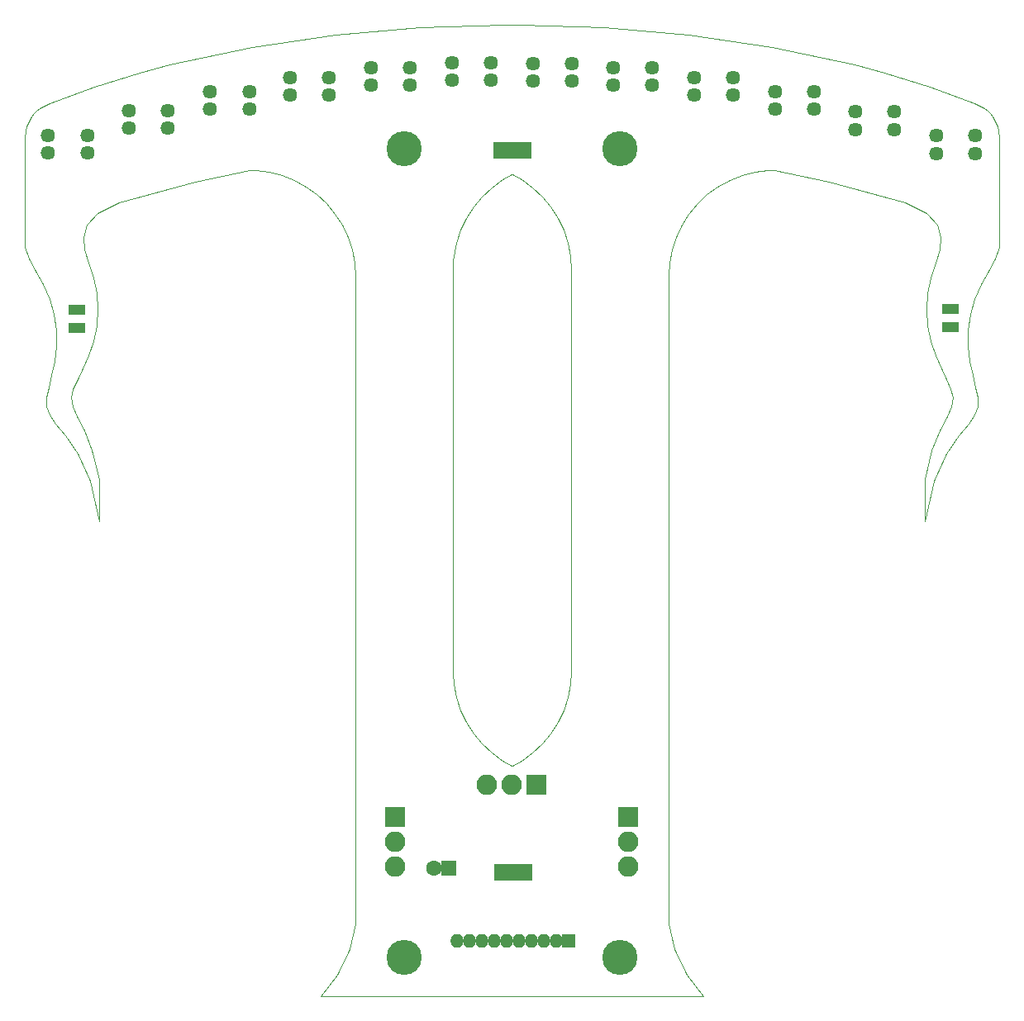
<source format=gbs>
G04 #@! TF.FileFunction,Soldermask,Bot*
%FSLAX46Y46*%
G04 Gerber Fmt 4.6, Leading zero omitted, Abs format (unit mm)*
G04 Created by KiCad (PCBNEW 4.0.7) date 02/25/18 15:11:15*
%MOMM*%
%LPD*%
G01*
G04 APERTURE LIST*
%ADD10C,0.100000*%
%ADD11C,3.600000*%
%ADD12R,1.600000X1.600000*%
%ADD13C,1.600000*%
%ADD14R,1.400000X1.400000*%
%ADD15O,1.400000X1.400000*%
%ADD16R,1.370000X1.670000*%
%ADD17C,1.455599*%
%ADD18R,2.100000X2.100000*%
%ADD19O,2.100000X2.100000*%
%ADD20R,1.700000X1.100000*%
G04 APERTURE END LIST*
D10*
X43860720Y75483720D02*
X44246800Y77292200D01*
X43865800Y34152840D02*
X43916600Y33258760D01*
X50955573Y83762972D02*
X49991563Y84292530D01*
X97124595Y63725083D02*
X97441436Y62490152D01*
X96820768Y65136804D02*
X97124595Y63725083D01*
X96632601Y66687713D02*
X96820768Y65136804D01*
X96638125Y68319403D02*
X96632601Y66687713D01*
X96880350Y69963922D02*
X96638125Y68319403D01*
X98025607Y73043514D02*
X97359175Y71555608D01*
X97359175Y71555608D02*
X96880350Y69963922D01*
X98778291Y74404414D02*
X98025607Y73043514D01*
X99850757Y76814051D02*
X99462352Y75656394D01*
X99462352Y75656394D02*
X98778291Y74404414D01*
X99850757Y76814051D02*
X99850757Y88055035D01*
X50735Y88055035D02*
X130724Y88822828D01*
X1263025Y90804890D02*
X1561489Y91050445D01*
X76547895Y97375154D02*
X85006687Y95599644D01*
X40511677Y99413209D02*
X31902509Y98647824D01*
X367255Y89557646D02*
X541302Y89902733D01*
X1883792Y91263751D02*
X2226461Y91442512D01*
X2544677Y91581566D02*
X2226461Y91442512D01*
X991611Y90529731D02*
X1263025Y90804890D01*
X7132339Y93308757D02*
X2544677Y91581566D01*
X130724Y88822828D02*
X229903Y89196381D01*
X23353596Y97375154D02*
X14894804Y95599644D01*
X229903Y89196381D02*
X367255Y89557646D01*
X50735Y76814051D02*
X50735Y88055035D01*
X98909880Y90529731D02*
X98638467Y90804890D01*
X541302Y89902733D02*
X750171Y90227929D01*
X50828764Y99666319D02*
X59389815Y99413209D01*
X49072727Y99666319D02*
X40511677Y99413209D01*
X98638467Y90804890D02*
X98340002Y91050445D01*
X1561489Y91050445D02*
X1883792Y91263751D01*
X50735Y76814051D02*
X439139Y75656394D01*
X11770129Y94748269D02*
X7132339Y93308757D01*
X99151321Y90227929D02*
X98909880Y90529731D01*
X14894804Y95599644D02*
X11770129Y94748269D01*
X750171Y90227929D02*
X991611Y90529731D01*
X98017700Y91263751D02*
X97675030Y91442512D01*
X98340002Y91050445D02*
X98017700Y91263751D01*
X59389815Y99413209D02*
X67998983Y98647824D01*
X97356815Y91581566D02*
X97675030Y91442512D01*
X92769153Y93308757D02*
X97356815Y91581566D01*
X88131362Y94748269D02*
X92769153Y93308757D01*
X85006687Y95599644D02*
X88131362Y94748269D01*
X38248565Y5464032D02*
X38429547Y5535688D01*
X37358521Y4061546D02*
X37370743Y4255813D01*
X60004956Y2867247D02*
X60162432Y2752834D01*
X37370743Y4255813D02*
X37407217Y4447017D01*
X60333007Y2659060D02*
X60513989Y2587404D01*
X38811200Y5608492D02*
X39005851Y5608492D01*
X37407217Y3676076D02*
X37370743Y3867279D01*
X39896535Y2867247D02*
X39739059Y2752834D01*
X37550246Y3314826D02*
X37467367Y3490952D01*
X37467367Y4632141D02*
X37550246Y4808267D01*
X39568485Y5464032D02*
X39739059Y5370259D01*
X62351246Y3314826D02*
X62434124Y3490952D01*
X62351246Y4808267D02*
X62246946Y4972616D01*
X40446308Y3867279D02*
X40409834Y3676076D01*
X59551809Y4632141D02*
X59491658Y4447017D01*
X59634687Y4808267D02*
X59551809Y4632141D01*
X61283408Y5584096D02*
X61090292Y5608492D01*
X61090292Y5608492D02*
X60895641Y5608492D01*
X61823500Y5370259D02*
X61652926Y5464032D01*
X59455184Y4255813D02*
X59442962Y4061546D01*
X39198967Y2538997D02*
X39005851Y2514600D01*
X62122871Y5122598D02*
X61980977Y5255845D01*
X37920515Y2867247D02*
X37778620Y3000495D01*
X59863062Y5122598D02*
X59738986Y4972616D01*
X61980977Y5255845D02*
X61823500Y5370259D01*
X39387503Y5535688D02*
X39568485Y5464032D01*
X61980977Y2867247D02*
X62122871Y3000495D01*
X59738986Y3150476D02*
X59863062Y3000495D01*
X37654545Y4972616D02*
X37778620Y5122598D01*
X60895641Y2514600D02*
X61090292Y2514600D01*
X61471944Y2587404D02*
X61652926Y2659060D01*
X60702524Y2538997D02*
X60895641Y2514600D01*
X59634687Y3314826D02*
X59738986Y3150476D01*
X62530749Y3867279D02*
X62542971Y4061546D01*
X60162432Y2752834D02*
X60333007Y2659060D01*
X39739059Y2752834D02*
X39568485Y2659060D01*
X60004956Y5255845D02*
X59863062Y5122598D01*
X62122871Y3000495D02*
X62246946Y3150476D01*
X62494275Y3676076D02*
X62530749Y3867279D01*
X40266805Y4808267D02*
X40349683Y4632141D01*
X60895641Y5608492D02*
X60702524Y5584096D01*
X61471944Y5535688D02*
X61283408Y5584096D01*
X59491658Y3676076D02*
X59551809Y3490952D01*
X40349683Y3490952D02*
X40266805Y3314826D01*
X61823500Y2752834D02*
X61980977Y2867247D01*
X39896535Y5255845D02*
X40038430Y5122598D01*
X59442962Y4061546D02*
X59455184Y3867279D01*
X59455184Y3867279D02*
X59491658Y3676076D01*
X61652926Y5464032D02*
X61471944Y5535688D01*
X40162505Y4972616D02*
X40266805Y4808267D01*
X60702524Y5584096D02*
X60513989Y5535688D01*
X62530749Y4255813D02*
X62494275Y4447017D01*
X60162432Y5370259D02*
X60004956Y5255845D01*
X40266805Y3314826D02*
X40162505Y3150476D01*
X39198967Y5584096D02*
X39387503Y5535688D01*
X39739059Y5370259D02*
X39896535Y5255845D01*
X38618083Y5584096D02*
X38811200Y5608492D01*
X40038430Y3000495D02*
X39896535Y2867247D01*
X60333007Y5464032D02*
X60162432Y5370259D01*
X59863062Y3000495D02*
X60004956Y2867247D01*
X59551809Y3490952D02*
X59634687Y3314826D01*
X39005851Y5608492D02*
X39198967Y5584096D01*
X37654545Y3150476D02*
X37550246Y3314826D01*
X33906674Y10492500D02*
X33906674Y73869753D01*
X65994817Y10492500D02*
X65994817Y73869753D01*
X67338129Y79099936D02*
X68068882Y80250977D01*
X32563362Y79099936D02*
X31832610Y80250977D01*
X33565484Y76569721D02*
X33144041Y77866362D01*
X68068882Y80250977D02*
X68938176Y81301319D01*
X69932294Y82234390D02*
X71035550Y83035465D01*
X28865942Y83035465D02*
X27670960Y83691903D01*
X31832610Y80250977D02*
X30963316Y81301319D01*
X33821039Y75230473D02*
X33565484Y76569721D01*
X65994817Y7492491D02*
X65994817Y10492500D01*
X30963316Y81301319D02*
X29969197Y82234390D01*
X33906674Y73869753D02*
X33821039Y75230473D01*
X6415126Y79119764D02*
X6019957Y77848888D01*
X23729656Y84702158D02*
X23058620Y84702158D01*
X66757450Y77866362D02*
X67338129Y79099936D01*
X7033109Y73720627D02*
X7377452Y72127070D01*
X29969197Y82234390D02*
X28865942Y83035465D01*
X33906674Y7492491D02*
X33906674Y10492500D01*
X6578115Y75207759D02*
X7033109Y73720627D01*
X25082392Y84531876D02*
X23729656Y84702158D01*
X27670960Y83691903D02*
X26403108Y84193344D01*
X66080453Y75230473D02*
X66336008Y76569721D01*
X68938176Y81301319D02*
X69932294Y82234390D01*
X71035550Y83035465D02*
X72230532Y83691903D01*
X6167738Y76574136D02*
X6578115Y75207759D01*
X6019957Y77848888D02*
X6167738Y76574136D01*
X7490342Y80322153D02*
X6415126Y79119764D01*
X26403108Y84193344D02*
X25082392Y84531876D01*
X7490342Y80322153D02*
X9713785Y81417451D01*
X65994817Y73869753D02*
X66080453Y75230473D01*
X33144041Y77866362D02*
X32563362Y79099936D01*
X66336008Y76569721D02*
X66757450Y77866362D01*
X93801709Y58063694D02*
X92958939Y56025139D01*
X95096702Y61405344D02*
X94976050Y60517705D01*
X94976050Y60517705D02*
X94525931Y59473092D01*
X92280854Y53034982D02*
X92207992Y48712244D01*
X95701054Y57531999D02*
X94454946Y55711784D01*
X92411149Y80322153D02*
X90187706Y81417451D01*
X92524040Y72127070D02*
X92384710Y70470771D01*
X94454946Y55711784D02*
X93173181Y52926480D01*
X92819806Y67214145D02*
X93324619Y65735670D01*
X92958939Y56025139D02*
X92280854Y53034982D01*
X92487792Y68811708D02*
X92819806Y67214145D01*
X93324619Y65735670D02*
X93913810Y64417291D01*
X72230532Y83691903D02*
X73498384Y84193344D01*
X97357478Y59690124D02*
X96701072Y58761171D01*
X73498384Y84193344D02*
X74819099Y84531876D01*
X74819099Y84531876D02*
X76171836Y84702158D01*
X76171836Y84702158D02*
X76842872Y84702158D01*
X97659078Y60533628D02*
X97357478Y59690124D01*
X92384710Y70470771D02*
X92487792Y68811708D01*
X94525931Y59473092D02*
X93801709Y58063694D01*
X92411149Y80322153D02*
X93486366Y79119764D01*
X93486366Y79119764D02*
X93881535Y77848888D01*
X93733754Y76574136D02*
X93323376Y75207759D01*
X93173181Y52926480D02*
X92207992Y48712244D01*
X93881535Y77848888D02*
X93733754Y76574136D01*
X93913810Y64417291D02*
X94479174Y63274572D01*
X94907370Y62289824D02*
X95096702Y61405344D01*
X96701072Y58761171D02*
X95701054Y57531999D01*
X92868382Y73720627D02*
X92524040Y72127070D01*
X94479174Y63274572D02*
X94907370Y62289824D01*
X93323376Y75207759D02*
X92868382Y73720627D01*
X46850063Y82027040D02*
X47844182Y82960110D01*
X99770768Y88822828D02*
X99671589Y89196381D01*
X50954617Y24222125D02*
X49990607Y23692567D01*
X53921285Y27006613D02*
X53051991Y25956271D01*
X45980769Y80976697D02*
X46850063Y82027040D01*
X46849501Y25956271D02*
X47843619Y25023200D01*
X44668775Y29391228D02*
X45249454Y28157654D01*
X99850757Y88055035D02*
X99770768Y88822828D01*
X45249454Y28157654D02*
X45980207Y27006613D01*
X43991778Y32027117D02*
X44247333Y30687869D01*
X99671589Y89196381D02*
X99534236Y89557646D01*
X44247333Y30687869D02*
X44668775Y29391228D01*
X43868327Y34151223D02*
X43860984Y75484473D01*
X99360189Y89902733D02*
X99151321Y90227929D01*
X54652037Y28157654D02*
X53921285Y27006613D01*
X55232716Y29391228D02*
X54652037Y28157654D01*
X99534236Y89557646D02*
X99360189Y89902733D01*
X45980207Y27006613D02*
X46849501Y25956271D01*
X48946875Y24222125D02*
X49910884Y23692567D01*
X43914047Y33262223D02*
X43991778Y32027117D01*
X55987444Y33262223D02*
X55909714Y32027117D01*
X55909714Y32027117D02*
X55654159Y30687869D01*
X55654159Y30687869D02*
X55232716Y29391228D01*
X53051991Y25956271D02*
X52057872Y25023200D01*
X44669338Y78592083D02*
X45250017Y79825656D01*
X44247895Y77295441D02*
X44669338Y78592083D01*
X45250017Y79825656D02*
X45980769Y80976697D01*
X40266805Y86181416D02*
X40162505Y86017067D01*
X60333007Y88330623D02*
X60162432Y88236849D01*
X61471944Y85453995D02*
X61652926Y85525651D01*
X38811200Y88475083D02*
X39005851Y88475083D01*
X37370743Y87122404D02*
X37407217Y87313607D01*
X59442962Y86928137D02*
X59455184Y86733870D01*
X59455184Y86733870D02*
X59491658Y86542666D01*
X38811200Y85381191D02*
X38618083Y85405587D01*
X38077991Y85619425D02*
X37920515Y85733838D01*
X37920515Y88122436D02*
X38077991Y88236849D01*
X60513989Y85453995D02*
X60702524Y85405587D01*
X39005851Y88475083D02*
X39198967Y88450687D01*
X37407217Y87313607D02*
X37467367Y87498732D01*
X38429547Y85453995D02*
X38248565Y85525651D01*
X40038430Y85867086D02*
X39896535Y85733838D01*
X38618083Y88450687D02*
X38811200Y88475083D01*
X40349683Y87498732D02*
X40409834Y87313607D01*
X40458530Y86928137D02*
X40446308Y86733870D01*
X39568485Y85525651D02*
X39387503Y85453995D01*
X40162505Y86017067D02*
X40038430Y85867086D01*
X37550246Y87674857D02*
X37654545Y87839207D01*
X40446308Y87122404D02*
X40458530Y86928137D01*
X40266805Y87674857D02*
X40349683Y87498732D01*
X49950746Y23714464D02*
X49990607Y23692567D01*
X38077991Y88236849D02*
X38248565Y88330623D01*
X38618083Y85405587D02*
X38429547Y85453995D01*
X37358521Y86928137D02*
X37370743Y87122404D01*
X37467367Y86357542D02*
X37407217Y86542666D01*
X39739059Y88236849D02*
X39896535Y88122436D01*
X49950746Y23714464D02*
X49910884Y23692567D01*
X39387503Y88402279D02*
X39568485Y88330623D01*
X61283408Y88450687D02*
X61090292Y88475083D01*
X39568485Y88330623D02*
X39739059Y88236849D01*
X39896535Y85733838D02*
X39739059Y85619425D01*
X38248565Y88330623D02*
X38429547Y88402279D01*
X39005851Y85381191D02*
X38811200Y85381191D01*
X61283408Y85405587D02*
X61471944Y85453995D01*
X40446308Y86733870D02*
X40409834Y86542666D01*
X59738986Y87839207D02*
X59634687Y87674857D01*
X37407217Y86542666D02*
X37370743Y86733870D01*
X60333007Y85525651D02*
X60513989Y85453995D01*
X59738986Y86017067D02*
X59863062Y85867086D01*
X60162432Y85619425D02*
X60333007Y85525651D01*
X37654545Y87839207D02*
X37778620Y87989188D01*
X37778620Y85867086D02*
X37654545Y86017067D01*
X37654545Y86017067D02*
X37550246Y86181416D01*
X39198967Y85405587D02*
X39005851Y85381191D01*
X37467367Y87498732D02*
X37550246Y87674857D01*
X37370743Y86733870D02*
X37358521Y86928137D01*
X37778620Y87989188D02*
X37920515Y88122436D01*
X38429547Y88402279D02*
X38618083Y88450687D01*
X40409834Y87313607D02*
X40446308Y87122404D01*
X40038430Y87989188D02*
X40162505Y87839207D01*
X37920515Y85733838D02*
X37778620Y85867086D01*
X40162505Y87839207D02*
X40266805Y87674857D01*
X39739059Y85619425D02*
X39568485Y85525651D01*
X40409834Y86542666D02*
X40349683Y86357542D01*
X37550246Y86181416D02*
X37467367Y86357542D01*
X39896535Y88122436D02*
X40038430Y87989188D01*
X39198967Y88450687D02*
X39387503Y88402279D01*
X40349683Y86357542D02*
X40266805Y86181416D01*
X39387503Y85453995D02*
X39198967Y85405587D01*
X38248565Y85525651D02*
X38077991Y85619425D01*
X55653596Y77295441D02*
X55232154Y78592083D01*
X30359787Y61534D02*
X32007880Y2298834D01*
X69541705Y61534D02*
X67893611Y2298834D01*
X55909152Y75956194D02*
X55653596Y77295441D01*
X33286803Y4869339D02*
X33906674Y7492491D01*
X55232154Y78592083D02*
X54651475Y79825656D01*
X53051428Y82027040D02*
X52057310Y82960110D01*
X54651475Y79825656D02*
X53920723Y80976697D01*
X55987444Y33262223D02*
X55994787Y74595473D01*
X69541705Y61534D02*
X30359787Y61534D01*
X53920723Y80976697D02*
X53051428Y82027040D01*
X66614689Y4869339D02*
X65994817Y7492491D01*
X55994787Y74595473D02*
X55909152Y75956194D01*
X61090292Y2514600D02*
X61283408Y2538997D01*
X82458238Y83523486D02*
X90187706Y81417451D01*
X67998983Y98647824D02*
X76547895Y97375154D01*
X9713785Y81417451D02*
X17443253Y83523486D01*
X61283408Y2538997D02*
X61471944Y2587404D01*
X62494275Y4447017D02*
X62434124Y4632141D01*
X62434124Y4632141D02*
X62351246Y4808267D01*
X48947437Y83761185D02*
X47844182Y82960110D01*
X62434124Y3490952D02*
X62494275Y3676076D01*
X23058620Y84702158D02*
X17443253Y83523486D01*
X62542971Y4061546D02*
X62530749Y4255813D01*
X61652926Y2659060D02*
X61823500Y2752834D01*
X59491658Y4447017D02*
X59455184Y4255813D01*
X66614689Y4869339D02*
X67893611Y2298834D01*
X59738986Y4972616D02*
X59634687Y4808267D01*
X52057310Y82960110D02*
X50954055Y83761185D01*
X50954617Y24222125D02*
X52057872Y25023200D01*
X49072727Y99666319D02*
X50828764Y99666319D01*
X47843619Y25023200D02*
X48946875Y24222125D01*
X60513989Y5535688D02*
X60333007Y5464032D01*
X32007880Y2298834D02*
X33286803Y4869339D01*
X23353596Y97375154D02*
X31902509Y98647824D01*
X62246946Y3150476D02*
X62351246Y3314826D01*
X82458238Y83523486D02*
X76842872Y84702158D01*
X60513989Y2587404D02*
X60702524Y2538997D01*
X62246946Y4972616D02*
X62122871Y5122598D01*
X97441436Y62490152D02*
X97656740Y61438142D01*
X97656740Y61438142D02*
X97659078Y60533628D01*
X6576873Y65735670D02*
X5987682Y64417291D01*
X4804789Y61405344D02*
X4925441Y60517705D01*
X2544014Y59690124D02*
X3200420Y58761171D01*
X2244752Y61438142D02*
X2242414Y60533628D01*
X6099782Y58063694D02*
X6942552Y56025139D01*
X4200438Y57531999D02*
X5446546Y55711784D01*
X2460056Y62490152D02*
X2244752Y61438142D01*
X5987682Y64417291D02*
X5422317Y63274572D01*
X2776896Y63725083D02*
X2460056Y62490152D01*
X2542317Y71555608D02*
X3021142Y69963922D01*
X3268890Y66687713D02*
X3080724Y65136804D01*
X3080724Y65136804D02*
X2776896Y63725083D01*
X4925441Y60517705D02*
X5375560Y59473092D01*
X6942552Y56025139D02*
X7620637Y53034982D01*
X4994122Y62289824D02*
X4804789Y61405344D01*
X7081686Y67214145D02*
X6576873Y65735670D01*
X7516781Y70470771D02*
X7413699Y68811708D01*
X7377452Y72127070D02*
X7516781Y70470771D01*
X1875885Y73043514D02*
X2542317Y71555608D01*
X3200420Y58761171D02*
X4200438Y57531999D01*
X5446546Y55711784D02*
X6728311Y52926480D01*
X7413699Y68811708D02*
X7081686Y67214145D01*
X439139Y75656394D02*
X1123200Y74404414D01*
X1123200Y74404414D02*
X1875885Y73043514D01*
X3021142Y69963922D02*
X3263367Y68319403D01*
X3263367Y68319403D02*
X3268890Y66687713D01*
X2242414Y60533628D02*
X2544014Y59690124D01*
X6728311Y52926480D02*
X7693500Y48712244D01*
X7620637Y53034982D02*
X7693500Y48712244D01*
X5375560Y59473092D02*
X6099782Y58063694D01*
X5422317Y63274572D02*
X4994122Y62289824D01*
X62494275Y87313607D02*
X62434124Y87498732D01*
X61980977Y88122436D02*
X61823500Y88236849D01*
X62434124Y87498732D02*
X62351246Y87674857D01*
X61652926Y88330623D02*
X61471944Y88402279D01*
X37467367Y3490952D02*
X37407217Y3676076D01*
X40038430Y5122598D02*
X40162505Y4972616D01*
X60004956Y88122436D02*
X59863062Y87989188D01*
X39005851Y2514600D02*
X38811200Y2514600D01*
X39568485Y2659060D02*
X39387503Y2587404D01*
X62542971Y86928137D02*
X62530749Y87122404D01*
X59863062Y87989188D02*
X59738986Y87839207D01*
X40162505Y3150476D02*
X40038430Y3000495D01*
X39387503Y2587404D02*
X39198967Y2538997D01*
X59455184Y87122404D02*
X59442962Y86928137D01*
X38248565Y2659060D02*
X38077991Y2752834D01*
X62122871Y85867086D02*
X62246946Y86017067D01*
X38429547Y2587404D02*
X38248565Y2659060D01*
X62122871Y87989188D02*
X61980977Y88122436D01*
X60004956Y85733838D02*
X60162432Y85619425D01*
X60702524Y88450687D02*
X60513989Y88402279D01*
X62246946Y87839207D02*
X62122871Y87989188D01*
X62530749Y86733870D02*
X62542971Y86928137D01*
X62351246Y87674857D02*
X62246946Y87839207D01*
X60702524Y85405587D02*
X60895641Y85381191D01*
X38077991Y2752834D02*
X37920515Y2867247D01*
X61652926Y85525651D02*
X61823500Y85619425D01*
X61090292Y88475083D02*
X60895641Y88475083D01*
X60895641Y85381191D02*
X61090292Y85381191D01*
X61823500Y88236849D02*
X61652926Y88330623D01*
X60162432Y88236849D02*
X60004956Y88122436D01*
X59551809Y87498732D02*
X59491658Y87313607D01*
X59491658Y86542666D02*
X59551809Y86357542D01*
X62434124Y86357542D02*
X62494275Y86542666D01*
X59863062Y85867086D02*
X60004956Y85733838D01*
X62494275Y86542666D02*
X62530749Y86733870D01*
X62351246Y86181416D02*
X62434124Y86357542D01*
X38077991Y5370259D02*
X38248565Y5464032D01*
X37778620Y3000495D02*
X37654545Y3150476D01*
X59634687Y86181416D02*
X59738986Y86017067D01*
X61471944Y88402279D02*
X61283408Y88450687D01*
X62530749Y87122404D02*
X62494275Y87313607D01*
X37778620Y5122598D02*
X37920515Y5255845D01*
X40458530Y4061546D02*
X40446308Y3867279D01*
X38429547Y5535688D02*
X38618083Y5584096D01*
X59491658Y87313607D02*
X59455184Y87122404D01*
X40409834Y3676076D02*
X40349683Y3490952D01*
X40409834Y4447017D02*
X40446308Y4255813D01*
X61090292Y85381191D02*
X61283408Y85405587D01*
X37407217Y4447017D02*
X37467367Y4632141D01*
X37370743Y3867279D02*
X37358521Y4061546D01*
X60895641Y88475083D02*
X60702524Y88450687D01*
X61980977Y85733838D02*
X62122871Y85867086D01*
X59551809Y86357542D02*
X59634687Y86181416D01*
X61823500Y85619425D02*
X61980977Y85733838D01*
X59634687Y87674857D02*
X59551809Y87498732D01*
X37550246Y4808267D02*
X37654545Y4972616D01*
X40349683Y4632141D02*
X40409834Y4447017D01*
X62246946Y86017067D02*
X62351246Y86181416D01*
X37920515Y5255845D02*
X38077991Y5370259D01*
X60513989Y88402279D02*
X60333007Y88330623D01*
X38618083Y2538997D02*
X38429547Y2587404D01*
X40446308Y4255813D02*
X40458530Y4061546D01*
X38811200Y2514600D02*
X38618083Y2538997D01*
X48948955Y83762972D02*
X49912965Y84292530D01*
X49952264Y84270942D02*
X49912965Y84292530D01*
X49952264Y84270942D02*
X49991563Y84292530D01*
D11*
X38902640Y86928960D03*
X60995560Y86928960D03*
X61000640Y4064000D03*
D12*
X43459400Y13192760D03*
D13*
X41959400Y13192760D03*
D14*
X55732680Y5689600D03*
D15*
X54462680Y5689600D03*
X53192680Y5689600D03*
X51922680Y5689600D03*
X50652680Y5689600D03*
X49382680Y5689600D03*
X48112680Y5689600D03*
X46842680Y5689600D03*
X45572680Y5689600D03*
X44302680Y5689600D03*
D16*
X51231800Y86766400D03*
X49961800Y86766400D03*
X48691800Y86766400D03*
X51313080Y12791440D03*
X50043080Y12791440D03*
X48773080Y12791440D03*
D17*
X2445000Y88281080D03*
X6445000Y88281080D03*
X6445000Y86481080D03*
X2445000Y86481080D03*
X10710160Y90841400D03*
X14710160Y90841400D03*
X14710160Y89041400D03*
X10710160Y89041400D03*
X19031200Y92807360D03*
X23031200Y92807360D03*
X23031200Y91007360D03*
X19031200Y91007360D03*
X27235400Y94229760D03*
X31235400Y94229760D03*
X31235400Y92429760D03*
X27235400Y92429760D03*
X35536120Y95205120D03*
X39536120Y95205120D03*
X39536120Y93405120D03*
X35536120Y93405120D03*
X43791120Y95713120D03*
X47791120Y95713120D03*
X47791120Y93913120D03*
X43791120Y93913120D03*
X52076600Y95687720D03*
X56076600Y95687720D03*
X56076600Y93887720D03*
X52076600Y93887720D03*
X60321440Y95225440D03*
X64321440Y95225440D03*
X64321440Y93425440D03*
X60321440Y93425440D03*
X68601840Y94189120D03*
X72601840Y94189120D03*
X72601840Y92389120D03*
X68601840Y92389120D03*
X76892400Y92756560D03*
X80892400Y92756560D03*
X80892400Y90956560D03*
X76892400Y90956560D03*
X85122000Y90714400D03*
X89122000Y90714400D03*
X89122000Y88914400D03*
X85122000Y88914400D03*
X93397320Y88240440D03*
X97397320Y88240440D03*
X97397320Y86440440D03*
X93397320Y86440440D03*
D18*
X52481480Y21752560D03*
D19*
X49941480Y21752560D03*
X47401480Y21752560D03*
D18*
X61889640Y18465800D03*
D19*
X61889640Y15925800D03*
X61889640Y13385800D03*
D18*
X38013640Y18404840D03*
D19*
X38013640Y15864840D03*
X38013640Y13324840D03*
D11*
X38907720Y4053840D03*
D20*
X5339080Y70424080D03*
X5339080Y68524080D03*
X94853760Y70510440D03*
X94853760Y68610440D03*
M02*

</source>
